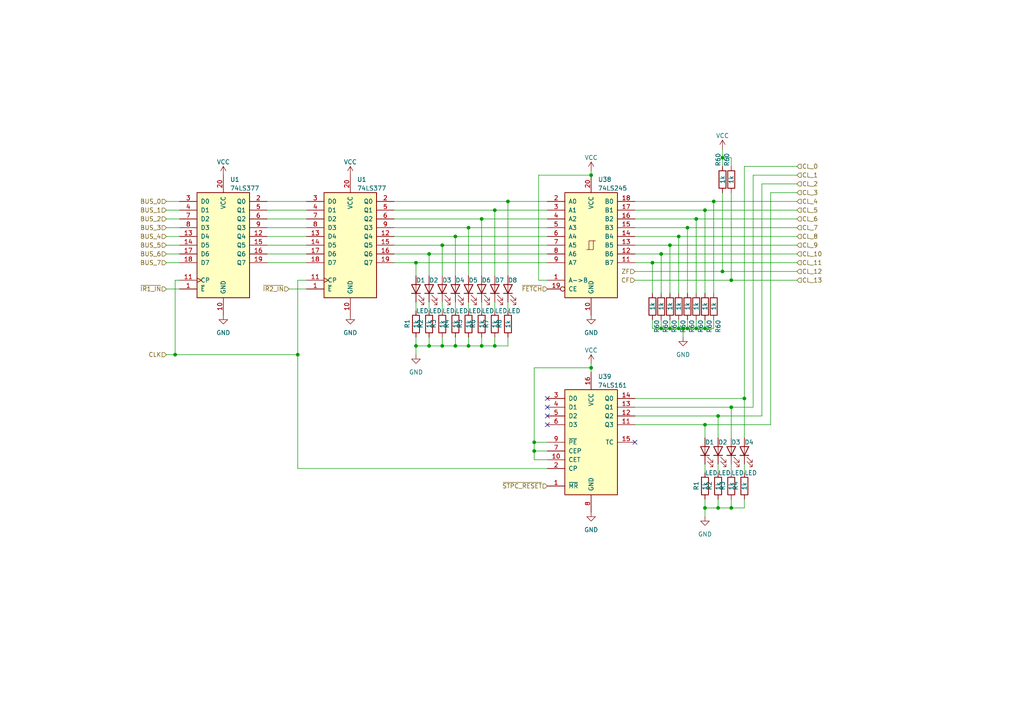
<source format=kicad_sch>
(kicad_sch (version 20230121) (generator eeschema)
  (paper "A4")
  (lib_symbols
    (symbol "74xx:74LS161" (pin_names (offset 1.016))
      (property "Reference" "U" (at -7.62 16.51 0))
      (property "Value" "74LS161" (at -7.62 -16.51 0))
      (symbol "74LS161_1_0"
        (pin input line (at -12.7 -12.7 0) (length 5.08) (name "~{MR}") (number "1"))
        (pin input line (at -12.7 -5.08 0) (length 5.08) (name "CET") (number "10"))
        (pin output line (at 12.7 5.08 180) (length 5.08) (name "Q3") (number "11"))
        (pin output line (at 12.7 7.62 180) (length 5.08) (name "Q2") (number "12"))
        (pin output line (at 12.7 10.16 180) (length 5.08) (name "Q1") (number "13"))
        (pin output line (at 12.7 12.7 180) (length 5.08) (name "Q0") (number "14"))
        (pin output line (at 12.7 0 180) (length 5.08) (name "TC") (number "15"))
        (pin power_in line (at 0 20.32 270) (length 5.08) (name "VCC") (number "16"))
        (pin input line (at -12.7 -7.62 0) (length 5.08) (name "CP") (number "2"))
        (pin input line (at -12.7 12.7 0) (length 5.08) (name "D0") (number "3"))
        (pin input line (at -12.7 10.16 0) (length 5.08) (name "D1") (number "4"))
        (pin input line (at -12.7 7.62 0) (length 5.08) (name "D2") (number "5"))
        (pin input line (at -12.7 5.08 0) (length 5.08) (name "D3") (number "6"))
        (pin input line (at -12.7 -2.54 0) (length 5.08) (name "CEP") (number "7"))
        (pin power_in line (at 0 -20.32 90) (length 5.08) (name "GND") (number "8"))
        (pin input line (at -12.7 0 0) (length 5.08) (name "~{PE}") (number "9"))
      )
      (symbol "74LS161_1_1"
        (rectangle (start -7.62 15.24) (end 7.62 -15.24) (stroke (width 0.254)) (fill (type background)))
      )
    )
    (symbol "74xx:74LS245" (pin_names (offset 1.016))
      (property "Reference" "U" (at -7.62 16.51 0))
      (property "Value" "74LS245" (at -7.62 -16.51 0))
      (symbol "74LS245_1_0"
        (polyline (pts (xy -0.635 -1.27) (xy -0.635 1.27) (xy 0.635 1.27)))
        (polyline (pts (xy -1.27 -1.27) (xy 0.635 -1.27) (xy 0.635 1.27) (xy 1.27 1.27)))
        (pin input line (at -12.7 -10.16 0) (length 5.08) (name "A->B") (number "1"))
        (pin power_in line (at 0 -20.32 90) (length 5.08) (name "GND") (number "10"))
        (pin tri_state line (at 12.7 -5.08 180) (length 5.08) (name "B7") (number "11"))
        (pin tri_state line (at 12.7 -2.54 180) (length 5.08) (name "B6") (number "12"))
        (pin tri_state line (at 12.7 0 180) (length 5.08) (name "B5") (number "13"))
        (pin tri_state line (at 12.7 2.54 180) (length 5.08) (name "B4") (number "14"))
        (pin tri_state line (at 12.7 5.08 180) (length 5.08) (name "B3") (number "15"))
        (pin tri_state line (at 12.7 7.62 180) (length 5.08) (name "B2") (number "16"))
        (pin tri_state line (at 12.7 10.16 180) (length 5.08) (name "B1") (number "17"))
        (pin tri_state line (at 12.7 12.7 180) (length 5.08) (name "B0") (number "18"))
        (pin input inverted (at -12.7 -12.7 0) (length 5.08) (name "CE") (number "19"))
        (pin tri_state line (at -12.7 12.7 0) (length 5.08) (name "A0") (number "2"))
        (pin power_in line (at 0 20.32 270) (length 5.08) (name "VCC") (number "20"))
        (pin tri_state line (at -12.7 10.16 0) (length 5.08) (name "A1") (number "3"))
        (pin tri_state line (at -12.7 7.62 0) (length 5.08) (name "A2") (number "4"))
        (pin tri_state line (at -12.7 5.08 0) (length 5.08) (name "A3") (number "5"))
        (pin tri_state line (at -12.7 2.54 0) (length 5.08) (name "A4") (number "6"))
        (pin tri_state line (at -12.7 0 0) (length 5.08) (name "A5") (number "7"))
        (pin tri_state line (at -12.7 -2.54 0) (length 5.08) (name "A6") (number "8"))
        (pin tri_state line (at -12.7 -5.08 0) (length 5.08) (name "A7") (number "9"))
      )
      (symbol "74LS245_1_1"
        (rectangle (start -7.62 15.24) (end 7.62 -15.24) (stroke (width 0.254)) (fill (type background)))
      )
    )
    (symbol "74xx:74LS377" (pin_names (offset 1.016))
      (property "Reference" "U" (at -7.62 16.51 0))
      (property "Value" "74LS377" (at -7.62 -16.51 0))
      (symbol "74LS377_1_0"
        (pin input line (at -12.7 -12.7 0) (length 5.08) (name "~{E}") (number "1"))
        (pin power_in line (at 0 -20.32 90) (length 5.08) (name "GND") (number "10"))
        (pin input clock (at -12.7 -10.16 0) (length 5.08) (name "CP") (number "11"))
        (pin output line (at 12.7 2.54 180) (length 5.08) (name "Q4") (number "12"))
        (pin input line (at -12.7 2.54 0) (length 5.08) (name "D4") (number "13"))
        (pin input line (at -12.7 0 0) (length 5.08) (name "D5") (number "14"))
        (pin output line (at 12.7 0 180) (length 5.08) (name "Q5") (number "15"))
        (pin output line (at 12.7 -2.54 180) (length 5.08) (name "Q6") (number "16"))
        (pin input line (at -12.7 -2.54 0) (length 5.08) (name "D6") (number "17"))
        (pin input line (at -12.7 -5.08 0) (length 5.08) (name "D7") (number "18"))
        (pin output line (at 12.7 -5.08 180) (length 5.08) (name "Q7") (number "19"))
        (pin output line (at 12.7 12.7 180) (length 5.08) (name "Q0") (number "2"))
        (pin power_in line (at 0 20.32 270) (length 5.08) (name "VCC") (number "20"))
        (pin input line (at -12.7 12.7 0) (length 5.08) (name "D0") (number "3"))
        (pin input line (at -12.7 10.16 0) (length 5.08) (name "D1") (number "4"))
        (pin output line (at 12.7 10.16 180) (length 5.08) (name "Q1") (number "5"))
        (pin output line (at 12.7 7.62 180) (length 5.08) (name "Q2") (number "6"))
        (pin input line (at -12.7 7.62 0) (length 5.08) (name "D2") (number "7"))
        (pin input line (at -12.7 5.08 0) (length 5.08) (name "D3") (number "8"))
        (pin output line (at 12.7 5.08 180) (length 5.08) (name "Q3") (number "9"))
      )
      (symbol "74LS377_1_1"
        (rectangle (start -7.62 15.24) (end 7.62 -15.24) (stroke (width 0.254)) (fill (type background)))
      )
    )
    (symbol "Device:LED" (pin_numbers hide) (pin_names (offset 1.016) hide)
      (property "Reference" "D" (at 0 2.54 0))
      (property "Value" "LED" (at 0 -2.54 0))
      (symbol "LED_0_1"
        (polyline (pts (xy -1.27 -1.27) (xy -1.27 1.27)) (stroke (width 0.254)))
        (polyline (pts (xy -1.27 0) (xy 1.27 0)))
        (polyline (pts (xy 1.27 -1.27) (xy 1.27 1.27) (xy -1.27 0) (xy 1.27 -1.27)) (stroke (width 0.254)))
        (polyline (pts (xy -3.048 -0.762) (xy -4.572 -2.286) (xy -3.81 -2.286) (xy -4.572 -2.286) (xy -4.572 -1.524)))
        (polyline (pts (xy -1.778 -0.762) (xy -3.302 -2.286) (xy -2.54 -2.286) (xy -3.302 -2.286) (xy -3.302 -1.524)))
      )
      (symbol "LED_1_1"
        (pin passive line (at -3.81 0 0) (length 2.54) (name "K") (number "1"))
        (pin passive line (at 3.81 0 180) (length 2.54) (name "A") (number "2"))
      )
    )
    (symbol "Device:R" (pin_numbers hide) (pin_names (offset 0))
      (property "Reference" "R" (at 2.032 0 90))
      (property "Value" "R" (at 0 0 90))
      (symbol "R_0_1"
        (rectangle (start -1.016 -2.54) (end 1.016 2.54) (stroke (width 0.254)))
      )
      (symbol "R_1_1"
        (pin passive line (at 0 3.81 270) (length 1.27) (name "~") (number "1"))
        (pin passive line (at 0 -3.81 90) (length 1.27) (name "~") (number "2"))
      )
    )
    (symbol "power:GND" (power) (pin_names (offset 0))
      (property "Value" "GND" (at 0 -3.81 0))
      (symbol "GND_0_1"
        (polyline (pts (xy 0 0) (xy 0 -1.27) (xy 1.27 -1.27) (xy 0 -2.54) (xy -1.27 -1.27) (xy 0 -1.27)))
      )
      (symbol "GND_1_1"
        (pin power_in line (at 0 0 270) (length 0) hide (name "GND") (number "1"))
      )
    )
    (symbol "power:VCC" (power) (pin_names (offset 0))
      (property "Value" "VCC" (at 0 3.81 0))
      (symbol "VCC_0_1"
        (polyline (pts (xy -0.762 1.27) (xy 0 2.54)))
        (polyline (pts (xy 0 0) (xy 0 2.54)))
        (polyline (pts (xy 0 2.54) (xy 0.762 1.27)))
      )
      (symbol "VCC_1_1"
        (pin power_in line (at 0 0 90) (length 0) hide (name "VCC") (number "1"))
      )
    )
  )
  (junction (at 171.45 106.68))
  (junction (at 212.09 147.32))
  (junction (at 154.94 128.27))
  (junction (at 132.08 68.58))
  (junction (at 128.27 100.33))
  (junction (at 199.39 95.25))
  (junction (at 209.55 45.72))
  (junction (at 147.32 58.42))
  (junction (at 212.09 118.11))
  (junction (at 139.7 100.33))
  (junction (at 191.77 95.25))
  (junction (at 132.08 100.33))
  (junction (at 154.94 130.81))
  (junction (at 208.28 147.32))
  (junction (at 139.7 63.5))
  (junction (at 196.85 95.25))
  (junction (at 120.65 100.33))
  (junction (at 191.77 73.66))
  (junction (at 50.8 102.87))
  (junction (at 124.46 73.66))
  (junction (at 198.12 95.25))
  (junction (at 143.51 60.96))
  (junction (at 212.09 81.28))
  (junction (at 204.47 123.19))
  (junction (at 201.93 95.25))
  (junction (at 208.28 120.65))
  (junction (at 124.46 100.33))
  (junction (at 194.31 71.12))
  (junction (at 201.93 63.5))
  (junction (at 86.36 102.87))
  (junction (at 194.31 95.25))
  (junction (at 207.01 58.42))
  (junction (at 189.23 76.2))
  (junction (at 171.45 50.8))
  (junction (at 209.55 78.74))
  (junction (at 215.9 115.57))
  (junction (at 135.89 66.04))
  (junction (at 204.47 95.25))
  (junction (at 204.47 147.32))
  (junction (at 196.85 68.58))
  (junction (at 128.27 71.12))
  (junction (at 120.65 76.2))
  (junction (at 135.89 100.33))
  (junction (at 204.47 60.96))
  (junction (at 143.51 100.33))
  (junction (at 199.39 66.04))
  (no_connect (at 158.75 120.65))
  (no_connect (at 158.75 118.11))
  (no_connect (at 158.75 123.19))
  (no_connect (at 158.75 115.57))
  (no_connect (at 184.15 128.27))
  (wire (pts (xy 50.8 81.28) (xy 50.8 102.87)))
  (wire (pts (xy 114.3 63.5) (xy 139.7 63.5)))
  (wire (pts (xy 209.55 55.88) (xy 209.55 78.74)))
  (wire (pts (xy 77.47 63.5) (xy 88.9 63.5)))
  (wire (pts (xy 120.65 97.79) (xy 120.65 100.33)))
  (wire (pts (xy 198.12 95.25) (xy 199.39 95.25)))
  (wire (pts (xy 215.9 115.57) (xy 184.15 115.57)))
  (wire (pts (xy 132.08 80.01) (xy 132.08 68.58)))
  (wire (pts (xy 48.26 76.2) (xy 52.07 76.2)))
  (wire (pts (xy 204.47 144.78) (xy 204.47 147.32)))
  (wire (pts (xy 114.3 71.12) (xy 128.27 71.12)))
  (wire (pts (xy 77.47 71.12) (xy 88.9 71.12)))
  (wire (pts (xy 132.08 68.58) (xy 158.75 68.58)))
  (wire (pts (xy 114.3 73.66) (xy 124.46 73.66)))
  (wire (pts (xy 50.8 102.87) (xy 86.36 102.87)))
  (wire (pts (xy 189.23 92.71) (xy 189.23 95.25)))
  (wire (pts (xy 208.28 120.65) (xy 208.28 127)))
  (wire (pts (xy 120.65 100.33) (xy 120.65 102.87)))
  (wire (pts (xy 114.3 60.96) (xy 143.51 60.96)))
  (wire (pts (xy 184.15 81.28) (xy 212.09 81.28)))
  (wire (pts (xy 158.75 135.89) (xy 86.36 135.89)))
  (wire (pts (xy 120.65 87.63) (xy 120.65 90.17)))
  (wire (pts (xy 124.46 97.79) (xy 124.46 100.33)))
  (wire (pts (xy 120.65 76.2) (xy 158.75 76.2)))
  (wire (pts (xy 207.01 58.42) (xy 207.01 85.09)))
  (wire (pts (xy 154.94 128.27) (xy 158.75 128.27)))
  (wire (pts (xy 139.7 63.5) (xy 139.7 80.01)))
  (wire (pts (xy 201.93 95.25) (xy 204.47 95.25)))
  (wire (pts (xy 154.94 106.68) (xy 171.45 106.68)))
  (wire (pts (xy 204.47 92.71) (xy 204.47 95.25)))
  (wire (pts (xy 139.7 100.33) (xy 143.51 100.33)))
  (wire (pts (xy 199.39 66.04) (xy 231.14 66.04)))
  (wire (pts (xy 120.65 100.33) (xy 124.46 100.33)))
  (wire (pts (xy 231.14 53.34) (xy 220.98 53.34)))
  (wire (pts (xy 143.51 87.63) (xy 143.51 90.17)))
  (wire (pts (xy 209.55 48.26) (xy 209.55 45.72)))
  (wire (pts (xy 158.75 133.35) (xy 154.94 133.35)))
  (wire (pts (xy 199.39 92.71) (xy 199.39 95.25)))
  (wire (pts (xy 52.07 81.28) (xy 50.8 81.28)))
  (wire (pts (xy 189.23 76.2) (xy 231.14 76.2)))
  (wire (pts (xy 204.47 60.96) (xy 231.14 60.96)))
  (wire (pts (xy 198.12 95.25) (xy 198.12 97.79)))
  (wire (pts (xy 196.85 68.58) (xy 196.85 85.09)))
  (wire (pts (xy 48.26 60.96) (xy 52.07 60.96)))
  (wire (pts (xy 204.47 147.32) (xy 208.28 147.32)))
  (wire (pts (xy 212.09 118.11) (xy 212.09 127)))
  (wire (pts (xy 147.32 87.63) (xy 147.32 90.17)))
  (wire (pts (xy 184.15 73.66) (xy 191.77 73.66)))
  (wire (pts (xy 201.93 63.5) (xy 201.93 85.09)))
  (wire (pts (xy 191.77 92.71) (xy 191.77 95.25)))
  (wire (pts (xy 77.47 60.96) (xy 88.9 60.96)))
  (wire (pts (xy 114.3 66.04) (xy 135.89 66.04)))
  (wire (pts (xy 194.31 71.12) (xy 231.14 71.12)))
  (wire (pts (xy 139.7 97.79) (xy 139.7 100.33)))
  (wire (pts (xy 189.23 95.25) (xy 191.77 95.25)))
  (wire (pts (xy 154.94 130.81) (xy 158.75 130.81)))
  (wire (pts (xy 201.93 63.5) (xy 231.14 63.5)))
  (wire (pts (xy 199.39 66.04) (xy 199.39 85.09)))
  (wire (pts (xy 194.31 71.12) (xy 194.31 85.09)))
  (wire (pts (xy 194.31 92.71) (xy 194.31 95.25)))
  (wire (pts (xy 135.89 66.04) (xy 158.75 66.04)))
  (wire (pts (xy 143.51 80.01) (xy 143.51 60.96)))
  (wire (pts (xy 184.15 71.12) (xy 194.31 71.12)))
  (wire (pts (xy 208.28 134.62) (xy 208.28 137.16)))
  (wire (pts (xy 201.93 92.71) (xy 201.93 95.25)))
  (wire (pts (xy 204.47 134.62) (xy 204.47 137.16)))
  (wire (pts (xy 184.15 63.5) (xy 201.93 63.5)))
  (wire (pts (xy 196.85 68.58) (xy 231.14 68.58)))
  (wire (pts (xy 218.44 118.11) (xy 212.09 118.11)))
  (wire (pts (xy 191.77 73.66) (xy 191.77 85.09)))
  (wire (pts (xy 209.55 45.72) (xy 212.09 45.72)))
  (wire (pts (xy 184.15 66.04) (xy 199.39 66.04)))
  (wire (pts (xy 208.28 120.65) (xy 184.15 120.65)))
  (wire (pts (xy 191.77 95.25) (xy 194.31 95.25)))
  (wire (pts (xy 48.26 73.66) (xy 52.07 73.66)))
  (wire (pts (xy 154.94 128.27) (xy 154.94 106.68)))
  (wire (pts (xy 191.77 73.66) (xy 231.14 73.66)))
  (wire (pts (xy 158.75 81.28) (xy 156.21 81.28)))
  (wire (pts (xy 139.7 87.63) (xy 139.7 90.17)))
  (wire (pts (xy 218.44 50.8) (xy 231.14 50.8)))
  (wire (pts (xy 86.36 135.89) (xy 86.36 102.87)))
  (wire (pts (xy 86.36 102.87) (xy 86.36 81.28)))
  (wire (pts (xy 223.52 55.88) (xy 223.52 123.19)))
  (wire (pts (xy 208.28 147.32) (xy 212.09 147.32)))
  (wire (pts (xy 171.45 106.68) (xy 171.45 107.95)))
  (wire (pts (xy 48.26 63.5) (xy 52.07 63.5)))
  (wire (pts (xy 143.51 100.33) (xy 147.32 100.33)))
  (wire (pts (xy 135.89 97.79) (xy 135.89 100.33)))
  (wire (pts (xy 223.52 123.19) (xy 204.47 123.19)))
  (wire (pts (xy 204.47 60.96) (xy 204.47 85.09)))
  (wire (pts (xy 128.27 100.33) (xy 132.08 100.33)))
  (wire (pts (xy 128.27 87.63) (xy 128.27 90.17)))
  (wire (pts (xy 184.15 76.2) (xy 189.23 76.2)))
  (wire (pts (xy 83.82 83.82) (xy 88.9 83.82)))
  (wire (pts (xy 209.55 78.74) (xy 231.14 78.74)))
  (wire (pts (xy 218.44 50.8) (xy 218.44 118.11)))
  (wire (pts (xy 132.08 87.63) (xy 132.08 90.17)))
  (wire (pts (xy 86.36 81.28) (xy 88.9 81.28)))
  (wire (pts (xy 212.09 134.62) (xy 212.09 137.16)))
  (wire (pts (xy 143.51 97.79) (xy 143.51 100.33)))
  (wire (pts (xy 196.85 95.25) (xy 198.12 95.25)))
  (wire (pts (xy 48.26 102.87) (xy 50.8 102.87)))
  (wire (pts (xy 220.98 53.34) (xy 220.98 120.65)))
  (wire (pts (xy 77.47 73.66) (xy 88.9 73.66)))
  (wire (pts (xy 204.47 123.19) (xy 204.47 127)))
  (wire (pts (xy 135.89 66.04) (xy 135.89 80.01)))
  (wire (pts (xy 207.01 95.25) (xy 207.01 92.71)))
  (wire (pts (xy 220.98 120.65) (xy 208.28 120.65)))
  (wire (pts (xy 147.32 58.42) (xy 147.32 80.01)))
  (wire (pts (xy 156.21 81.28) (xy 156.21 50.8)))
  (wire (pts (xy 184.15 78.74) (xy 209.55 78.74)))
  (wire (pts (xy 171.45 106.68) (xy 171.45 105.41)))
  (wire (pts (xy 124.46 87.63) (xy 124.46 90.17)))
  (wire (pts (xy 212.09 118.11) (xy 184.15 118.11)))
  (wire (pts (xy 204.47 95.25) (xy 207.01 95.25)))
  (wire (pts (xy 212.09 55.88) (xy 212.09 81.28)))
  (wire (pts (xy 128.27 71.12) (xy 158.75 71.12)))
  (wire (pts (xy 120.65 76.2) (xy 120.65 80.01)))
  (wire (pts (xy 171.45 49.53) (xy 171.45 50.8)))
  (wire (pts (xy 209.55 43.18) (xy 209.55 45.72)))
  (wire (pts (xy 207.01 58.42) (xy 231.14 58.42)))
  (wire (pts (xy 135.89 100.33) (xy 139.7 100.33)))
  (wire (pts (xy 128.27 80.01) (xy 128.27 71.12)))
  (wire (pts (xy 208.28 144.78) (xy 208.28 147.32)))
  (wire (pts (xy 48.26 58.42) (xy 52.07 58.42)))
  (wire (pts (xy 196.85 92.71) (xy 196.85 95.25)))
  (wire (pts (xy 77.47 68.58) (xy 88.9 68.58)))
  (wire (pts (xy 48.26 71.12) (xy 52.07 71.12)))
  (wire (pts (xy 215.9 144.78) (xy 215.9 147.32)))
  (wire (pts (xy 124.46 73.66) (xy 158.75 73.66)))
  (wire (pts (xy 231.14 48.26) (xy 215.9 48.26)))
  (wire (pts (xy 77.47 58.42) (xy 88.9 58.42)))
  (wire (pts (xy 135.89 87.63) (xy 135.89 90.17)))
  (wire (pts (xy 212.09 45.72) (xy 212.09 48.26)))
  (wire (pts (xy 194.31 95.25) (xy 196.85 95.25)))
  (wire (pts (xy 199.39 95.25) (xy 201.93 95.25)))
  (wire (pts (xy 204.47 147.32) (xy 204.47 149.86)))
  (wire (pts (xy 204.47 123.19) (xy 184.15 123.19)))
  (wire (pts (xy 147.32 58.42) (xy 158.75 58.42)))
  (wire (pts (xy 212.09 81.28) (xy 231.14 81.28)))
  (wire (pts (xy 215.9 134.62) (xy 215.9 137.16)))
  (wire (pts (xy 212.09 144.78) (xy 212.09 147.32)))
  (wire (pts (xy 184.15 68.58) (xy 196.85 68.58)))
  (wire (pts (xy 48.26 68.58) (xy 52.07 68.58)))
  (wire (pts (xy 184.15 58.42) (xy 207.01 58.42)))
  (wire (pts (xy 212.09 147.32) (xy 215.9 147.32)))
  (wire (pts (xy 114.3 68.58) (xy 132.08 68.58)))
  (wire (pts (xy 124.46 73.66) (xy 124.46 80.01)))
  (wire (pts (xy 215.9 115.57) (xy 215.9 127)))
  (wire (pts (xy 215.9 48.26) (xy 215.9 115.57)))
  (wire (pts (xy 147.32 100.33) (xy 147.32 97.79)))
  (wire (pts (xy 154.94 133.35) (xy 154.94 130.81)))
  (wire (pts (xy 189.23 76.2) (xy 189.23 85.09)))
  (wire (pts (xy 48.26 83.82) (xy 52.07 83.82)))
  (wire (pts (xy 132.08 100.33) (xy 135.89 100.33)))
  (wire (pts (xy 114.3 58.42) (xy 147.32 58.42)))
  (wire (pts (xy 139.7 63.5) (xy 158.75 63.5)))
  (wire (pts (xy 77.47 66.04) (xy 88.9 66.04)))
  (wire (pts (xy 223.52 55.88) (xy 231.14 55.88)))
  (wire (pts (xy 156.21 50.8) (xy 171.45 50.8)))
  (wire (pts (xy 154.94 130.81) (xy 154.94 128.27)))
  (wire (pts (xy 143.51 60.96) (xy 158.75 60.96)))
  (wire (pts (xy 48.26 66.04) (xy 52.07 66.04)))
  (wire (pts (xy 77.47 76.2) (xy 88.9 76.2)))
  (wire (pts (xy 128.27 97.79) (xy 128.27 100.33)))
  (wire (pts (xy 124.46 100.33) (xy 128.27 100.33)))
  (wire (pts (xy 184.15 60.96) (xy 204.47 60.96)))
  (wire (pts (xy 132.08 97.79) (xy 132.08 100.33)))
  (wire (pts (xy 114.3 76.2) (xy 120.65 76.2)))
  (hierarchical_label "CL_1" (shape input) (at 231.14 50.8 0))
  (hierarchical_label "~{FETCH}" (shape input) (at 158.75 83.82 180))
  (hierarchical_label "CF" (shape input) (at 184.15 81.28 180))
  (hierarchical_label "CL_7" (shape input) (at 231.14 66.04 0))
  (hierarchical_label "ZF" (shape input) (at 184.15 78.74 180))
  (hierarchical_label "CL_9" (shape input) (at 231.14 71.12 0))
  (hierarchical_label "BUS_2" (shape input) (at 48.26 63.5 180))
  (hierarchical_label "CL_13" (shape input) (at 231.14 81.28 0))
  (hierarchical_label "BUS_3" (shape input) (at 48.26 66.04 180))
  (hierarchical_label "CL_4" (shape input) (at 231.14 58.42 0))
  (hierarchical_label "BUS_6" (shape input) (at 48.26 73.66 180))
  (hierarchical_label "~{STPC_RESET}" (shape input) (at 158.75 140.97 180))
  (hierarchical_label "CL_6" (shape input) (at 231.14 63.5 0))
  (hierarchical_label "CL_5" (shape input) (at 231.14 60.96 0))
  (hierarchical_label "CL_10" (shape input) (at 231.14 73.66 0))
  (hierarchical_label "CL_3" (shape input) (at 231.14 55.88 0))
  (hierarchical_label "CL_12" (shape input) (at 231.14 78.74 0))
  (hierarchical_label "CL_0" (shape input) (at 231.14 48.26 0))
  (hierarchical_label "BUS_0" (shape input) (at 48.26 58.42 180))
  (hierarchical_label "~{IR1_IN}" (shape input) (at 48.26 83.82 180))
  (hierarchical_label "BUS_4" (shape input) (at 48.26 68.58 180))
  (hierarchical_label "~{IR2_IN}" (shape input) (at 83.82 83.82 180))
  (hierarchical_label "BUS_1" (shape input) (at 48.26 60.96 180))
  (hierarchical_label "BUS_7" (shape input) (at 48.26 76.2 180))
  (hierarchical_label "CL_8" (shape input) (at 231.14 68.58 0))
  (hierarchical_label "CLK" (shape input) (at 48.26 102.87 180))
  (hierarchical_label "BUS_5" (shape input) (at 48.26 71.12 180))
  (hierarchical_label "CL_2" (shape input) (at 231.14 53.34 0))
  (hierarchical_label "CL_11" (shape input) (at 231.14 76.2 0))
  (symbol (lib_id "power:VCC") (at 209.55 43.18 0) (unit 1)
    (property "Reference" "#PWR04" (effects hide))
    (property "Value" "VCC" (at 209.55 39.37 0))
    (instances (project "schematics" (path "" (reference "#PWR04") (unit 1)) (path "" (reference "#PWR07") (unit 1)) (path "" (reference "#PWR011") (unit 1)) (path "" (reference "#PWR067") (unit 1))))
  )
  (symbol (lib_id "Device:LED") (at 132.08 83.82 90) (unit 1)
    (property "Reference" "D4" (at 132.08 81.28 90) (effects (justify right)))
    (property "Value" "LED" (at 132.08 90.17 90) (effects (justify right)))
    (instances (project "schematics" (path "" (reference "D4") (unit 1)) (path "" (reference "D12") (unit 1)) (path "" (reference "D20") (unit 1)) (path "" (reference "D72") (unit 1))))
  )
  (symbol (lib_id "power:VCC") (at 171.45 105.41 0) (unit 1)
    (property "Reference" "#PWR04" (effects hide))
    (property "Value" "VCC" (at 171.45 101.6 0))
    (instances (project "schematics" (path "" (reference "#PWR04") (unit 1)) (path "" (reference "#PWR07") (unit 1)) (path "" (reference "#PWR011") (unit 1)) (path "" (reference "#PWR069") (unit 1))))
  )
  (symbol (lib_id "Device:LED") (at 120.65 83.82 90) (unit 1)
    (property "Reference" "D1" (at 120.65 81.28 90) (effects (justify right)))
    (property "Value" "LED" (at 120.65 90.17 90) (effects (justify right)))
    (instances (project "schematics" (path "" (reference "D1") (unit 1)) (path "" (reference "D9") (unit 1)) (path "" (reference "D17") (unit 1)) (path "" (reference "D69") (unit 1))))
  )
  (symbol (lib_id "power:VCC") (at 64.77 50.8 0) (unit 1)
    (property "Reference" "#PWR04" (effects hide))
    (property "Value" "VCC" (at 64.77 46.99 0))
    (instances (project "schematics" (path "" (reference "#PWR04") (unit 1)) (path "" (reference "#PWR07") (unit 1)) (path "" (reference "#PWR011") (unit 1)) (path "" (reference "#PWR064") (unit 1))))
  )
  (symbol (lib_id "Device:R") (at 194.31 88.9 180) (unit 1)
    (property "Reference" "R60" (at 195.58 92.71 90) (effects (justify left)))
    (property "Value" "1k" (at 194.31 87.63 90) (effects (justify left)))
    (instances (project "schematics" (path "" (reference "R60") (unit 1)) (path "" (reference "R75") (unit 1))))
  )
  (symbol (lib_id "Device:R") (at 135.89 93.98 0) (unit 1)
    (property "Reference" "R5" (at 133.35 95.25 90) (effects (justify left)))
    (property "Value" "1k" (at 135.89 95.25 90) (effects (justify left)))
    (instances (project "schematics" (path "" (reference "R5") (unit 1)) (path "" (reference "R13") (unit 1)) (path "" (reference "R21") (unit 1)) (path "" (reference "R87") (unit 1))))
  )
  (symbol (lib_id "Device:R") (at 207.01 88.9 180) (unit 1)
    (property "Reference" "R60" (at 208.28 92.71 90) (effects (justify left)))
    (property "Value" "1k" (at 207.01 87.63 90) (effects (justify left)))
    (instances (project "schematics" (path "" (reference "R60") (unit 1)) (path "" (reference "R80") (unit 1))))
  )
  (symbol (lib_id "power:VCC") (at 101.6 50.8 0) (unit 1)
    (property "Reference" "#PWR04" (effects hide))
    (property "Value" "VCC" (at 101.6 46.99 0))
    (instances (project "schematics" (path "" (reference "#PWR04") (unit 1)) (path "" (reference "#PWR07") (unit 1)) (path "" (reference "#PWR011") (unit 1)) (path "" (reference "#PWR063") (unit 1))))
  )
  (symbol (lib_id "Device:R") (at 204.47 140.97 0) (unit 1)
    (property "Reference" "R1" (at 201.93 142.24 90) (effects (justify left)))
    (property "Value" "1k" (at 204.47 142.24 90) (effects (justify left)))
    (instances (project "schematics" (path "" (reference "R1") (unit 1)) (path "" (reference "R9") (unit 1)) (path "" (reference "R17") (unit 1)) (path "" (reference "R91") (unit 1))))
  )
  (symbol (lib_id "Device:R") (at 147.32 93.98 0) (unit 1)
    (property "Reference" "R8" (at 144.78 95.25 90) (effects (justify left)))
    (property "Value" "1k" (at 147.32 95.25 90) (effects (justify left)))
    (instances (project "schematics" (path "" (reference "R8") (unit 1)) (path "" (reference "R16") (unit 1)) (path "" (reference "R24") (unit 1)) (path "" (reference "R90") (unit 1))))
  )
  (symbol (lib_id "power:GND") (at 171.45 91.44 0) (unit 1)
    (property "Reference" "#PWR02" (effects hide))
    (property "Value" "GND" (at 171.45 96.52 0))
    (instances (project "schematics" (path "" (reference "#PWR02") (unit 1)) (path "" (reference "#PWR05") (unit 1)) (path "" (reference "#PWR09") (unit 1)) (path "" (reference "#PWR068") (unit 1))))
  )
  (symbol (lib_id "Device:R") (at 132.08 93.98 0) (unit 1)
    (property "Reference" "R4" (at 129.54 95.25 90) (effects (justify left)))
    (property "Value" "1k" (at 132.08 95.25 90) (effects (justify left)))
    (instances (project "schematics" (path "" (reference "R4") (unit 1)) (path "" (reference "R12") (unit 1)) (path "" (reference "R20") (unit 1)) (path "" (reference "R86") (unit 1))))
  )
  (symbol (lib_id "Device:LED") (at 143.51 83.82 90) (unit 1)
    (property "Reference" "D7" (at 143.51 81.28 90) (effects (justify right)))
    (property "Value" "LED" (at 143.51 90.17 90) (effects (justify right)))
    (instances (project "schematics" (path "" (reference "D7") (unit 1)) (path "" (reference "D15") (unit 1)) (path "" (reference "D23") (unit 1)) (path "" (reference "D75") (unit 1))))
  )
  (symbol (lib_id "Device:LED") (at 208.28 130.81 90) (unit 1)
    (property "Reference" "D2" (at 208.28 128.27 90) (effects (justify right)))
    (property "Value" "LED" (at 208.28 137.16 90) (effects (justify right)))
    (instances (project "schematics" (path "" (reference "D2") (unit 1)) (path "" (reference "D10") (unit 1)) (path "" (reference "D18") (unit 1)) (path "" (reference "D78") (unit 1))))
  )
  (symbol (lib_id "Device:LED") (at 139.7 83.82 90) (unit 1)
    (property "Reference" "D6" (at 139.7 81.28 90) (effects (justify right)))
    (property "Value" "LED" (at 139.7 90.17 90) (effects (justify right)))
    (instances (project "schematics" (path "" (reference "D6") (unit 1)) (path "" (reference "D14") (unit 1)) (path "" (reference "D22") (unit 1)) (path "" (reference "D74") (unit 1))))
  )
  (symbol (lib_id "Device:R") (at 204.47 88.9 180) (unit 1)
    (property "Reference" "R60" (at 205.74 92.71 90) (effects (justify left)))
    (property "Value" "1k" (at 204.47 87.63 90) (effects (justify left)))
    (instances (project "schematics" (path "" (reference "R60") (unit 1)) (path "" (reference "R79") (unit 1))))
  )
  (symbol (lib_id "Device:LED") (at 124.46 83.82 90) (unit 1)
    (property "Reference" "D2" (at 124.46 81.28 90) (effects (justify right)))
    (property "Value" "LED" (at 124.46 90.17 90) (effects (justify right)))
    (instances (project "schematics" (path "" (reference "D2") (unit 1)) (path "" (reference "D10") (unit 1)) (path "" (reference "D18") (unit 1)) (path "" (reference "D70") (unit 1))))
  )
  (symbol (lib_id "Device:R") (at 201.93 88.9 180) (unit 1)
    (property "Reference" "R60" (at 203.2 92.71 90) (effects (justify left)))
    (property "Value" "1k" (at 201.93 87.63 90) (effects (justify left)))
    (instances (project "schematics" (path "" (reference "R60") (unit 1)) (path "" (reference "R78") (unit 1))))
  )
  (symbol (lib_id "Device:R") (at 191.77 88.9 180) (unit 1)
    (property "Reference" "R60" (at 193.04 92.71 90) (effects (justify left)))
    (property "Value" "1k" (at 191.77 87.63 90) (effects (justify left)))
    (instances (project "schematics" (path "" (reference "R60") (unit 1)) (path "" (reference "R74") (unit 1))))
  )
  (symbol (lib_id "74xx:74LS377") (at 101.6 71.12 0) (unit 1)
    (property "Reference" "U1" (at 103.5559 52.07 0) (effects (justify left)))
    (property "Value" "74LS377" (at 103.5559 54.61 0) (effects (justify left)))
    (property "Datasheet" "http://www.ti.com/lit/gpn/sn74LS377" (effects hide))
    (instances (project "schematics" (path "" (reference "U1") (unit 1)) (path "" (reference "U3") (unit 1)) (path "" (reference "U5") (unit 1)) (path "" (reference "U35") (unit 1))))
  )
  (symbol (lib_id "power:GND") (at 171.45 148.59 0) (unit 1)
    (property "Reference" "#PWR03" (effects hide))
    (property "Value" "GND" (at 171.45 153.67 0))
    (instances (project "schematics" (path "" (reference "#PWR03") (unit 1)) (path "" (reference "#PWR06") (unit 1)) (path "" (reference "#PWR010") (unit 1)) (path "" (reference "#PWR073") (unit 1))))
  )
  (symbol (lib_id "Device:LED") (at 128.27 83.82 90) (unit 1)
    (property "Reference" "D3" (at 128.27 81.28 90) (effects (justify right)))
    (property "Value" "LED" (at 128.27 90.17 90) (effects (justify right)))
    (instances (project "schematics" (path "" (reference "D3") (unit 1)) (path "" (reference "D11") (unit 1)) (path "" (reference "D19") (unit 1)) (path "" (reference "D71") (unit 1))))
  )
  (symbol (lib_id "power:GND") (at 64.77 91.44 0) (unit 1)
    (property "Reference" "#PWR02" (effects hide))
    (property "Value" "GND" (at 64.77 96.52 0))
    (instances (project "schematics" (path "" (reference "#PWR02") (unit 1)) (path "" (reference "#PWR05") (unit 1)) (path "" (reference "#PWR09") (unit 1)) (path "" (reference "#PWR062") (unit 1))))
  )
  (symbol (lib_id "power:VCC") (at 171.45 49.53 0) (unit 1)
    (property "Reference" "#PWR04" (effects hide))
    (property "Value" "VCC" (at 171.45 45.72 0))
    (instances (project "schematics" (path "" (reference "#PWR04") (unit 1)) (path "" (reference "#PWR07") (unit 1)) (path "" (reference "#PWR011") (unit 1)) (path "" (reference "#PWR072") (unit 1))))
  )
  (symbol (lib_id "Device:LED") (at 204.47 130.81 90) (unit 1)
    (property "Reference" "D1" (at 204.47 128.27 90) (effects (justify right)))
    (property "Value" "LED" (at 204.47 137.16 90) (effects (justify right)))
    (instances (project "schematics" (path "" (reference "D1") (unit 1)) (path "" (reference "D9") (unit 1)) (path "" (reference "D17") (unit 1)) (path "" (reference "D77") (unit 1))))
  )
  (symbol (lib_id "Device:LED") (at 212.09 130.81 90) (unit 1)
    (property "Reference" "D3" (at 212.09 128.27 90) (effects (justify right)))
    (property "Value" "LED" (at 212.09 137.16 90) (effects (justify right)))
    (instances (project "schematics" (path "" (reference "D3") (unit 1)) (path "" (reference "D11") (unit 1)) (path "" (reference "D19") (unit 1)) (path "" (reference "D79") (unit 1))))
  )
  (symbol (lib_id "Device:R") (at 215.9 140.97 0) (unit 1)
    (property "Reference" "R4" (at 213.36 142.24 90) (effects (justify left)))
    (property "Value" "1k" (at 215.9 142.24 90) (effects (justify left)))
    (instances (project "schematics" (path "" (reference "R4") (unit 1)) (path "" (reference "R12") (unit 1)) (path "" (reference "R20") (unit 1)) (path "" (reference "R94") (unit 1))))
  )
  (symbol (lib_id "74xx:74LS377") (at 64.77 71.12 0) (unit 1)
    (property "Reference" "U1" (at 66.7259 52.07 0) (effects (justify left)))
    (property "Value" "74LS377" (at 66.7259 54.61 0) (effects (justify left)))
    (property "Datasheet" "http://www.ti.com/lit/gpn/sn74LS377" (effects hide))
    (instances (project "schematics" (path "" (reference "U1") (unit 1)) (path "" (reference "U3") (unit 1)) (path "" (reference "U5") (unit 1)) (path "" (reference "U34") (unit 1))))
  )
  (symbol (lib_id "Device:R") (at 124.46 93.98 0) (unit 1)
    (property "Reference" "R2" (at 121.92 95.25 90) (effects (justify left)))
    (property "Value" "1k" (at 124.46 95.25 90) (effects (justify left)))
    (instances (project "schematics" (path "" (reference "R2") (unit 1)) (path "" (reference "R10") (unit 1)) (path "" (reference "R18") (unit 1)) (path "" (reference "R84") (unit 1))))
  )
  (symbol (lib_id "power:GND") (at 204.47 149.86 0) (unit 1)
    (property "Reference" "#PWR03" (effects hide))
    (property "Value" "GND" (at 204.47 154.94 0))
    (instances (project "schematics" (path "" (reference "#PWR03") (unit 1)) (path "" (reference "#PWR06") (unit 1)) (path "" (reference "#PWR010") (unit 1)) (path "" (reference "#PWR071") (unit 1))))
  )
  (symbol (lib_id "Device:R") (at 212.09 140.97 0) (unit 1)
    (property "Reference" "R3" (at 209.55 142.24 90) (effects (justify left)))
    (property "Value" "1k" (at 212.09 142.24 90) (effects (justify left)))
    (instances (project "schematics" (path "" (reference "R3") (unit 1)) (path "" (reference "R11") (unit 1)) (path "" (reference "R19") (unit 1)) (path "" (reference "R93") (unit 1))))
  )
  (symbol (lib_id "power:GND") (at 120.65 102.87 0) (unit 1)
    (property "Reference" "#PWR03" (effects hide))
    (property "Value" "GND" (at 120.65 107.95 0))
    (instances (project "schematics" (path "" (reference "#PWR03") (unit 1)) (path "" (reference "#PWR06") (unit 1)) (path "" (reference "#PWR010") (unit 1)) (path "" (reference "#PWR070") (unit 1))))
  )
  (symbol (lib_id "74xx:74LS161") (at 171.45 128.27 0) (unit 1)
    (property "Reference" "U39" (at 173.4059 109.22 0) (effects (justify left)))
    (property "Value" "74LS161" (at 173.4059 111.76 0) (effects (justify left)))
    (property "Datasheet" "http://www.ti.com/lit/gpn/sn74LS161" (effects hide))
  )
  (symbol (lib_id "Device:R") (at 143.51 93.98 0) (unit 1)
    (property "Reference" "R7" (at 140.97 95.25 90) (effects (justify left)))
    (property "Value" "1k" (at 143.51 95.25 90) (effects (justify left)))
    (instances (project "schematics" (path "" (reference "R7") (unit 1)) (path "" (reference "R15") (unit 1)) (path "" (reference "R23") (unit 1)) (path "" (reference "R89") (unit 1))))
  )
  (symbol (lib_id "Device:R") (at 189.23 88.9 180) (unit 1)
    (property "Reference" "R60" (at 190.5 92.71 90) (effects (justify left)))
    (property "Value" "1k" (at 189.23 87.63 90) (effects (justify left)))
    (instances (project "schematics" (path "" (reference "R60") (unit 1)) (path "" (reference "R58") (unit 1))))
  )
  (symbol (lib_id "Device:R") (at 120.65 93.98 0) (unit 1)
    (property "Reference" "R1" (at 118.11 95.25 90) (effects (justify left)))
    (property "Value" "1k" (at 120.65 95.25 90) (effects (justify left)))
    (instances (project "schematics" (path "" (reference "R1") (unit 1)) (path "" (reference "R9") (unit 1)) (path "" (reference "R17") (unit 1)) (path "" (reference "R83") (unit 1))))
  )
  (symbol (lib_id "power:GND") (at 198.12 97.79 0) (unit 1)
    (property "Reference" "#PWR02" (effects hide))
    (property "Value" "GND" (at 198.12 102.87 0))
    (instances (project "schematics" (path "" (reference "#PWR02") (unit 1)) (path "" (reference "#PWR05") (unit 1)) (path "" (reference "#PWR09") (unit 1)) (path "" (reference "#PWR066") (unit 1))))
  )
  (symbol (lib_id "Device:R") (at 196.85 88.9 180) (unit 1)
    (property "Reference" "R60" (at 198.12 92.71 90) (effects (justify left)))
    (property "Value" "1k" (at 196.85 87.63 90) (effects (justify left)))
    (instances (project "schematics" (path "" (reference "R60") (unit 1)) (path "" (reference "R76") (unit 1))))
  )
  (symbol (lib_id "Device:R") (at 212.09 52.07 0) (unit 1)
    (property "Reference" "R60" (at 210.82 48.26 90) (effects (justify left)))
    (property "Value" "1k" (at 212.09 53.34 90) (effects (justify left)))
    (instances (project "schematics" (path "" (reference "R60") (unit 1)) (path "" (reference "R81") (unit 1))))
  )
  (symbol (lib_id "Device:R") (at 209.55 52.07 0) (unit 1)
    (property "Reference" "R60" (at 208.28 48.26 90) (effects (justify left)))
    (property "Value" "1k" (at 209.55 53.34 90) (effects (justify left)))
    (instances (project "schematics" (path "" (reference "R60") (unit 1)) (path "" (reference "R82") (unit 1))))
  )
  (symbol (lib_id "74xx:74LS245") (at 171.45 71.12 0) (unit 1)
    (property "Reference" "U38" (at 173.4059 52.07 0) (effects (justify left)))
    (property "Value" "74LS245" (at 173.4059 54.61 0) (effects (justify left)))
    (property "Datasheet" "http://www.ti.com/lit/gpn/sn74LS245" (effects hide))
  )
  (symbol (lib_id "Device:LED") (at 147.32 83.82 90) (unit 1)
    (property "Reference" "D8" (at 147.32 81.28 90) (effects (justify right)))
    (property "Value" "LED" (at 147.32 90.17 90) (effects (justify right)))
    (instances (project "schematics" (path "" (reference "D8") (unit 1)) (path "" (reference "D16") (unit 1)) (path "" (reference "D24") (unit 1)) (path "" (reference "D76") (unit 1))))
  )
  (symbol (lib_id "Device:LED") (at 215.9 130.81 90) (unit 1)
    (property "Reference" "D4" (at 215.9 128.27 90) (effects (justify right)))
    (property "Value" "LED" (at 215.9 137.16 90) (effects (justify right)))
    (instances (project "schematics" (path "" (reference "D4") (unit 1)) (path "" (reference "D12") (unit 1)) (path "" (reference "D20") (unit 1)) (path "" (reference "D80") (unit 1))))
  )
  (symbol (lib_id "Device:R") (at 139.7 93.98 0) (unit 1)
    (property "Reference" "R6" (at 137.16 95.25 90) (effects (justify left)))
    (property "Value" "1k" (at 139.7 95.25 90) (effects (justify left)))
    (instances (project "schematics" (path "" (reference "R6") (unit 1)) (path "" (reference "R14") (unit 1)) (path "" (reference "R22") (unit 1)) (path "" (reference "R88") (unit 1))))
  )
  (symbol (lib_id "Device:LED") (at 135.89 83.82 90) (unit 1)
    (property "Reference" "D5" (at 135.89 81.28 90) (effects (justify right)))
    (property "Value" "LED" (at 135.89 90.17 90) (effects (justify right)))
    (instances (project "schematics" (path "" (reference "D5") (unit 1)) (path "" (reference "D13") (unit 1)) (path "" (reference "D21") (unit 1)) (path "" (reference "D73") (unit 1))))
  )
  (symbol (lib_id "Device:R") (at 128.27 93.98 0) (unit 1)
    (property "Reference" "R3" (at 125.73 95.25 90) (effects (justify left)))
    (property "Value" "1k" (at 128.27 95.25 90) (effects (justify left)))
    (instances (project "schematics" (path "" (reference "R3") (unit 1)) (path "" (reference "R11") (unit 1)) (path "" (reference "R19") (unit 1)) (path "" (reference "R85") (unit 1))))
  )
  (symbol (lib_id "Device:R") (at 199.39 88.9 180) (unit 1)
    (property "Reference" "R60" (at 200.66 92.71 90) (effects (justify left)))
    (property "Value" "1k" (at 199.39 87.63 90) (effects (justify left)))
    (instances (project "schematics" (path "" (reference "R60") (unit 1)) (path "" (reference "R77") (unit 1))))
  )
  (symbol (lib_id "Device:R") (at 208.28 140.97 0) (unit 1)
    (property "Reference" "R2" (at 205.74 142.24 90) (effects (justify left)))
    (property "Value" "1k" (at 208.28 142.24 90) (effects (justify left)))
    (instances (project "schematics" (path "" (reference "R2") (unit 1)) (path "" (reference "R10") (unit 1)) (path "" (reference "R18") (unit 1)) (path "" (reference "R92") (unit 1))))
  )
  (symbol (lib_id "power:GND") (at 101.6 91.44 0) (unit 1)
    (property "Reference" "#PWR02" (effects hide))
    (property "Value" "GND" (at 101.6 96.52 0))
    (instances (project "schematics" (path "" (reference "#PWR02") (unit 1)) (path "" (reference "#PWR05") (unit 1)) (path "" (reference "#PWR09") (unit 1)) (path "" (reference "#PWR065") (unit 1))))
  )
)
</source>
